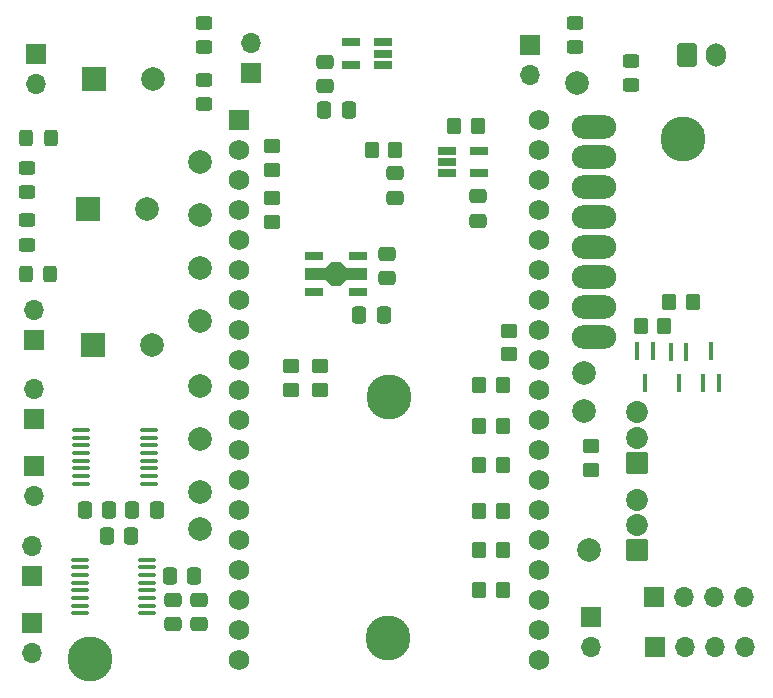
<source format=gts>
G04 #@! TF.GenerationSoftware,KiCad,Pcbnew,7.0.8*
G04 #@! TF.CreationDate,2023-11-03T23:08:19-04:00*
G04 #@! TF.ProjectId,robot,726f626f-742e-46b6-9963-61645f706362,rev?*
G04 #@! TF.SameCoordinates,Original*
G04 #@! TF.FileFunction,Soldermask,Top*
G04 #@! TF.FilePolarity,Negative*
%FSLAX46Y46*%
G04 Gerber Fmt 4.6, Leading zero omitted, Abs format (unit mm)*
G04 Created by KiCad (PCBNEW 7.0.8) date 2023-11-03 23:08:19*
%MOMM*%
%LPD*%
G01*
G04 APERTURE LIST*
G04 Aperture macros list*
%AMRoundRect*
0 Rectangle with rounded corners*
0 $1 Rounding radius*
0 $2 $3 $4 $5 $6 $7 $8 $9 X,Y pos of 4 corners*
0 Add a 4 corners polygon primitive as box body*
4,1,4,$2,$3,$4,$5,$6,$7,$8,$9,$2,$3,0*
0 Add four circle primitives for the rounded corners*
1,1,$1+$1,$2,$3*
1,1,$1+$1,$4,$5*
1,1,$1+$1,$6,$7*
1,1,$1+$1,$8,$9*
0 Add four rect primitives between the rounded corners*
20,1,$1+$1,$2,$3,$4,$5,0*
20,1,$1+$1,$4,$5,$6,$7,0*
20,1,$1+$1,$6,$7,$8,$9,0*
20,1,$1+$1,$8,$9,$2,$3,0*%
%AMFreePoly0*
4,1,13,0.900000,0.500000,2.600000,0.500000,2.600000,-0.500000,0.900000,-0.500000,0.400000,-1.000000,-0.400000,-1.000000,-0.900000,-0.500000,-2.600000,-0.500000,-2.600000,0.500000,-0.900000,0.500000,-0.400000,1.000000,0.400000,1.000000,0.900000,0.500000,0.900000,0.500000,$1*%
G04 Aperture macros list end*
%ADD10O,3.760000X1.982000*%
%ADD11RoundRect,0.250000X-0.350000X-0.450000X0.350000X-0.450000X0.350000X0.450000X-0.350000X0.450000X0*%
%ADD12RoundRect,0.250000X0.350000X0.450000X-0.350000X0.450000X-0.350000X-0.450000X0.350000X-0.450000X0*%
%ADD13RoundRect,0.250000X0.450000X-0.325000X0.450000X0.325000X-0.450000X0.325000X-0.450000X-0.325000X0*%
%ADD14R,1.700000X1.700000*%
%ADD15O,1.700000X1.700000*%
%ADD16RoundRect,0.250000X-0.475000X0.337500X-0.475000X-0.337500X0.475000X-0.337500X0.475000X0.337500X0*%
%ADD17RoundRect,0.250000X-0.325000X-0.450000X0.325000X-0.450000X0.325000X0.450000X-0.325000X0.450000X0*%
%ADD18RoundRect,0.250000X0.475000X-0.337500X0.475000X0.337500X-0.475000X0.337500X-0.475000X-0.337500X0*%
%ADD19RoundRect,0.102000X0.825000X-0.825000X0.825000X0.825000X-0.825000X0.825000X-0.825000X-0.825000X0*%
%ADD20C,1.854000*%
%ADD21RoundRect,0.250000X0.450000X-0.350000X0.450000X0.350000X-0.450000X0.350000X-0.450000X-0.350000X0*%
%ADD22C,2.000000*%
%ADD23R,2.000000X2.000000*%
%ADD24RoundRect,0.250000X-0.450000X0.325000X-0.450000X-0.325000X0.450000X-0.325000X0.450000X0.325000X0*%
%ADD25C,3.800000*%
%ADD26RoundRect,0.100000X-0.637500X-0.100000X0.637500X-0.100000X0.637500X0.100000X-0.637500X0.100000X0*%
%ADD27R,1.560000X0.650000*%
%ADD28RoundRect,0.250000X-0.450000X0.350000X-0.450000X-0.350000X0.450000X-0.350000X0.450000X0.350000X0*%
%ADD29RoundRect,0.250000X0.337500X0.475000X-0.337500X0.475000X-0.337500X-0.475000X0.337500X-0.475000X0*%
%ADD30R,0.450000X1.500000*%
%ADD31RoundRect,0.250000X-0.337500X-0.475000X0.337500X-0.475000X0.337500X0.475000X-0.337500X0.475000X0*%
%ADD32R,1.500000X0.700000*%
%ADD33FreePoly0,0.000000*%
%ADD34RoundRect,0.250000X-0.600000X-0.750000X0.600000X-0.750000X0.600000X0.750000X-0.600000X0.750000X0*%
%ADD35O,1.700000X2.000000*%
%ADD36RoundRect,0.102000X-0.765000X-0.765000X0.765000X-0.765000X0.765000X0.765000X-0.765000X0.765000X0*%
%ADD37C,1.734000*%
G04 APERTURE END LIST*
D10*
X207800000Y-81800000D03*
X207800000Y-69100000D03*
X207800000Y-84340000D03*
X207800000Y-71640000D03*
X207800000Y-74180000D03*
X207800000Y-66560000D03*
X207800000Y-79260000D03*
X207800000Y-76720000D03*
D11*
X214200000Y-81400000D03*
X216200000Y-81400000D03*
D12*
X213800000Y-83400000D03*
X211800000Y-83400000D03*
D13*
X206200000Y-59800000D03*
X206200000Y-57750000D03*
D14*
X213020000Y-110560000D03*
D15*
X215560000Y-110560000D03*
X218100000Y-110560000D03*
X220640000Y-110560000D03*
D16*
X190270000Y-77302500D03*
X190270000Y-79377500D03*
D12*
X200120000Y-99060000D03*
X198120000Y-99060000D03*
D17*
X159755000Y-79000000D03*
X161805000Y-79000000D03*
D12*
X198000000Y-66500000D03*
X196000000Y-66500000D03*
D14*
X160422500Y-91245000D03*
D15*
X160422500Y-88705000D03*
D18*
X191000000Y-72537500D03*
X191000000Y-70462500D03*
D12*
X200120000Y-105800000D03*
X198120000Y-105800000D03*
D19*
X211487500Y-95012500D03*
D20*
X211487500Y-92862500D03*
X211487500Y-90712500D03*
D21*
X182200000Y-88800000D03*
X182200000Y-86800000D03*
D22*
X174500000Y-83000000D03*
D23*
X165000000Y-73500000D03*
D22*
X170000000Y-73500000D03*
D24*
X211000000Y-60975000D03*
X211000000Y-63025000D03*
D22*
X174500000Y-100600000D03*
X174500000Y-74000000D03*
D14*
X160600000Y-60400000D03*
D15*
X160600000Y-62940000D03*
D25*
X190400000Y-109800000D03*
D14*
X160285000Y-104570000D03*
D15*
X160285000Y-102030000D03*
D26*
X164280000Y-103200000D03*
X164280000Y-103850000D03*
X164280000Y-104500000D03*
X164280000Y-105150000D03*
X164280000Y-105800000D03*
X164280000Y-106450000D03*
X164280000Y-107100000D03*
X164280000Y-107750000D03*
X170005000Y-107750000D03*
X170005000Y-107100000D03*
X170005000Y-106450000D03*
X170005000Y-105800000D03*
X170005000Y-105150000D03*
X170005000Y-104500000D03*
X170005000Y-103850000D03*
X170005000Y-103200000D03*
D27*
X195420000Y-68580000D03*
X195420000Y-69530000D03*
X195420000Y-70480000D03*
X198120000Y-70480000D03*
X198120000Y-68580000D03*
D19*
X211487500Y-102412500D03*
D20*
X211487500Y-100262500D03*
X211487500Y-98112500D03*
D14*
X160422500Y-95245000D03*
D15*
X160422500Y-97785000D03*
D22*
X174500000Y-93000000D03*
D14*
X160285000Y-108530000D03*
D15*
X160285000Y-111070000D03*
D24*
X159805000Y-74475000D03*
X159805000Y-76525000D03*
D28*
X184600000Y-86800000D03*
X184600000Y-88800000D03*
X200600000Y-83800000D03*
X200600000Y-85800000D03*
D27*
X190000000Y-61300000D03*
X190000000Y-60350000D03*
X190000000Y-59400000D03*
X187300000Y-59400000D03*
X187300000Y-61300000D03*
D14*
X202400000Y-59660000D03*
D15*
X202400000Y-62200000D03*
D22*
X174500000Y-88500000D03*
D25*
X215400000Y-67600000D03*
D28*
X180600000Y-72600000D03*
X180600000Y-74600000D03*
D29*
X168675000Y-101200000D03*
X166600000Y-101200000D03*
X166800000Y-99000000D03*
X164725000Y-99000000D03*
X174000000Y-104600000D03*
X171925000Y-104600000D03*
D22*
X174500000Y-78500000D03*
D16*
X174400000Y-106600000D03*
X174400000Y-108675000D03*
D30*
X212800000Y-85540000D03*
X211500000Y-85540000D03*
X212150000Y-88200000D03*
D29*
X170800000Y-99000000D03*
X168725000Y-99000000D03*
D31*
X187962500Y-82500000D03*
X190037500Y-82500000D03*
D16*
X198000000Y-72425000D03*
X198000000Y-74500000D03*
D25*
X165200000Y-111600000D03*
D30*
X217100000Y-88200000D03*
X218400000Y-88200000D03*
X217750000Y-85540000D03*
D22*
X174500000Y-97500000D03*
D14*
X160400000Y-84600000D03*
D15*
X160400000Y-82060000D03*
D32*
X184150000Y-77500000D03*
D33*
X186000000Y-79000000D03*
D32*
X184150000Y-80500000D03*
X187850000Y-80500000D03*
X187850000Y-77500000D03*
D28*
X180600000Y-68200000D03*
X180600000Y-70200000D03*
D23*
X165500000Y-62500000D03*
D22*
X170500000Y-62500000D03*
D11*
X189000000Y-68500000D03*
X191000000Y-68500000D03*
D22*
X174500000Y-69500000D03*
D17*
X159780000Y-67500000D03*
X161830000Y-67500000D03*
D26*
X164417500Y-92225000D03*
X164417500Y-92875000D03*
X164417500Y-93525000D03*
X164417500Y-94175000D03*
X164417500Y-94825000D03*
X164417500Y-95475000D03*
X164417500Y-96125000D03*
X164417500Y-96775000D03*
X170142500Y-96775000D03*
X170142500Y-96125000D03*
X170142500Y-95475000D03*
X170142500Y-94825000D03*
X170142500Y-94175000D03*
X170142500Y-93525000D03*
X170142500Y-92875000D03*
X170142500Y-92225000D03*
D23*
X165400000Y-85000000D03*
D22*
X170400000Y-85000000D03*
D21*
X207600000Y-95600000D03*
X207600000Y-93600000D03*
D22*
X206400000Y-62800000D03*
X207000000Y-87400000D03*
D12*
X200120000Y-88400000D03*
X198120000Y-88400000D03*
D24*
X174800000Y-62550000D03*
X174800000Y-64600000D03*
D14*
X178800000Y-62000000D03*
D15*
X178800000Y-59460000D03*
D22*
X207400000Y-102400000D03*
D34*
X215700000Y-60500000D03*
D35*
X218200000Y-60500000D03*
D16*
X185045000Y-61025000D03*
X185045000Y-63100000D03*
D13*
X174800000Y-59825000D03*
X174800000Y-57775000D03*
D12*
X200120000Y-102400000D03*
X198120000Y-102400000D03*
D30*
X215650000Y-85600000D03*
X214350000Y-85600000D03*
X215000000Y-88260000D03*
D18*
X172200000Y-108675000D03*
X172200000Y-106600000D03*
D12*
X200120000Y-95200000D03*
X198120000Y-95200000D03*
D13*
X159805000Y-72050000D03*
X159805000Y-70000000D03*
D14*
X212900000Y-106360000D03*
D15*
X215440000Y-106360000D03*
X217980000Y-106360000D03*
X220520000Y-106360000D03*
D36*
X177800000Y-65960000D03*
D37*
X177800000Y-68500000D03*
X177800000Y-71040000D03*
X177800000Y-73580000D03*
X177800000Y-76120000D03*
X177800000Y-78660000D03*
X177800000Y-81200000D03*
X177800000Y-83740000D03*
X177800000Y-86280000D03*
X177800000Y-88820000D03*
X177800000Y-91360000D03*
X177800000Y-93900000D03*
X177800000Y-96440000D03*
X177800000Y-98980000D03*
X177800000Y-101520000D03*
X177800000Y-104060000D03*
X177800000Y-106600000D03*
X177800000Y-109140000D03*
X177800000Y-111680000D03*
X203200000Y-111680000D03*
X203200000Y-109140000D03*
X203200000Y-106600000D03*
X203200000Y-104060000D03*
X203200000Y-101520000D03*
X203200000Y-98980000D03*
X203200000Y-96440000D03*
X203200000Y-93900000D03*
X203200000Y-91360000D03*
X203200000Y-88820000D03*
X203200000Y-86280000D03*
X203200000Y-83740000D03*
X203200000Y-81200000D03*
X203200000Y-78660000D03*
X203200000Y-76120000D03*
X203200000Y-73580000D03*
X203200000Y-71040000D03*
X203200000Y-68500000D03*
X203200000Y-65960000D03*
D12*
X200120000Y-91850000D03*
X198120000Y-91850000D03*
D31*
X185007500Y-65100000D03*
X187082500Y-65100000D03*
D25*
X190500000Y-89400000D03*
D22*
X207000000Y-90600000D03*
D14*
X207600000Y-108060000D03*
D15*
X207600000Y-110600000D03*
M02*

</source>
